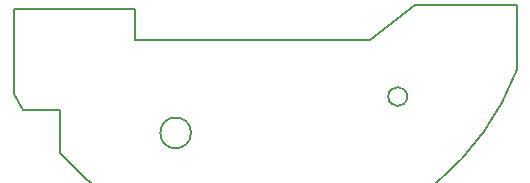
<source format=gko>
%TF.GenerationSoftware,KiCad,Pcbnew,5.0.1-33cea8e~68~ubuntu18.04.1*%
%TF.CreationDate,2018-12-04T23:45:32+01:00*%
%TF.ProjectId,lightball,6C6967687462616C6C2E6B696361645F,rev?*%
%TF.SameCoordinates,Original*%
%TF.FileFunction,Profile,NP*%
%FSLAX46Y46*%
G04 Gerber Fmt 4.6, Leading zero omitted, Abs format (unit mm)*
G04 Created by KiCad (PCBNEW 5.0.1-33cea8e~68~ubuntu18.04.1) date Di 04 Dez 2018 23:45:32 CET*
%MOMM*%
%LPD*%
G01*
G04 APERTURE LIST*
%ADD10C,0.150000*%
G04 APERTURE END LIST*
D10*
X73975000Y-113550000D02*
X72575000Y-113550000D01*
X73975000Y-117200000D02*
X73975000Y-113550000D01*
X112660414Y-110153935D02*
G75*
G02X73975000Y-117200000I-21460414J8103935D01*
G01*
X112675000Y-104650000D02*
X112663015Y-110154914D01*
X104050000Y-104650000D02*
X112675000Y-104650000D01*
X100250000Y-107650000D02*
X104050000Y-104650000D01*
X80300000Y-107650000D02*
X100250000Y-107650000D01*
X80300000Y-105000000D02*
X80300000Y-107650000D01*
X70050000Y-105000000D02*
X80300000Y-105000000D01*
X70050000Y-112150000D02*
X70050000Y-105000000D01*
X70850000Y-113550000D02*
X70050000Y-112150000D01*
X72575000Y-113550000D02*
X70850000Y-113550000D01*
X103375000Y-112400000D02*
G75*
G03X103375000Y-112400000I-800000J0D01*
G01*
X85075000Y-115475000D02*
G75*
G03X85075000Y-115475000I-1300000J0D01*
G01*
M02*

</source>
